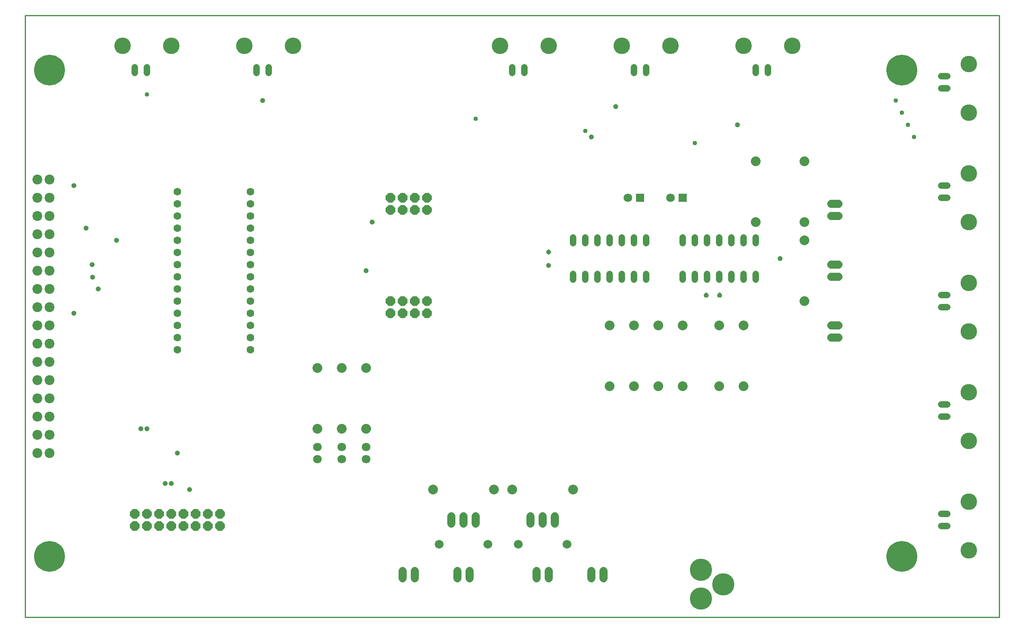
<source format=gts>
G04 EAGLE Gerber X2 export*
%TF.Part,Single*%
%TF.FileFunction,Other,Top Soldermask*%
%TF.FilePolarity,Positive*%
%TF.GenerationSoftware,Autodesk,EAGLE,8.6.3*%
%TF.CreationDate,2018-06-13T18:32:12Z*%
G75*
%MOMM*%
%FSLAX34Y34*%
%LPD*%
%AMOC8*
5,1,8,0,0,1.08239X$1,22.5*%
G01*
%ADD10C,4.648200*%
%ADD11C,2.057400*%
%ADD12C,1.358800*%
%ADD13C,3.452400*%
%ADD14C,1.600200*%
%ADD15P,2.199416X8X22.500000*%
%ADD16C,1.676400*%
%ADD17C,1.828800*%
%ADD18C,2.032000*%
%ADD19R,1.803400X1.803400*%
%ADD20C,1.803400*%
%ADD21C,1.371600*%
%ADD22C,6.438900*%
%ADD23C,1.066800*%
%ADD24C,0.958800*%
%ADD25C,0.254000*%

G36*
X1093211Y758391D02*
X1093211Y758391D01*
X1093260Y758405D01*
X1093350Y758421D01*
X1094306Y758737D01*
X1094351Y758761D01*
X1094435Y758797D01*
X1095296Y759318D01*
X1095334Y759351D01*
X1095409Y759404D01*
X1096133Y760104D01*
X1096162Y760145D01*
X1096223Y760214D01*
X1096773Y761057D01*
X1096793Y761103D01*
X1096837Y761184D01*
X1097185Y762128D01*
X1097194Y762178D01*
X1097219Y762266D01*
X1097349Y763264D01*
X1097347Y763307D01*
X1097348Y763433D01*
X1097209Y764444D01*
X1097193Y764492D01*
X1097174Y764582D01*
X1096812Y765537D01*
X1096786Y765580D01*
X1096748Y765664D01*
X1096183Y766514D01*
X1096148Y766551D01*
X1096091Y766623D01*
X1095352Y767327D01*
X1095309Y767355D01*
X1095238Y767413D01*
X1094360Y767934D01*
X1094313Y767952D01*
X1094231Y767993D01*
X1093259Y768306D01*
X1093209Y768313D01*
X1093120Y768334D01*
X1092102Y768423D01*
X1092052Y768418D01*
X1091961Y768419D01*
X1090997Y768288D01*
X1090949Y768272D01*
X1090860Y768253D01*
X1089949Y767911D01*
X1089906Y767885D01*
X1089823Y767846D01*
X1089011Y767309D01*
X1088975Y767274D01*
X1088902Y767218D01*
X1088230Y766514D01*
X1088203Y766472D01*
X1088144Y766401D01*
X1087646Y765566D01*
X1087628Y765518D01*
X1087588Y765436D01*
X1087288Y764511D01*
X1087281Y764460D01*
X1087259Y764371D01*
X1087173Y763402D01*
X1087177Y763355D01*
X1087174Y763280D01*
X1087276Y762304D01*
X1087290Y762256D01*
X1087306Y762166D01*
X1087622Y761237D01*
X1087647Y761193D01*
X1087683Y761108D01*
X1088197Y760273D01*
X1088231Y760236D01*
X1088285Y760161D01*
X1088973Y759462D01*
X1089014Y759432D01*
X1089083Y759372D01*
X1089910Y758843D01*
X1089956Y758824D01*
X1090037Y758780D01*
X1090960Y758448D01*
X1091010Y758440D01*
X1091099Y758415D01*
X1092073Y758297D01*
X1092123Y758300D01*
X1092209Y758296D01*
X1093211Y758391D01*
G37*
G36*
X1093211Y730400D02*
X1093211Y730400D01*
X1093260Y730414D01*
X1093350Y730430D01*
X1094306Y730746D01*
X1094351Y730770D01*
X1094435Y730806D01*
X1095296Y731327D01*
X1095334Y731360D01*
X1095409Y731413D01*
X1096133Y732113D01*
X1096162Y732154D01*
X1096223Y732223D01*
X1096773Y733066D01*
X1096793Y733112D01*
X1096837Y733193D01*
X1097185Y734137D01*
X1097194Y734187D01*
X1097219Y734275D01*
X1097349Y735273D01*
X1097347Y735316D01*
X1097348Y735442D01*
X1097209Y736453D01*
X1097193Y736501D01*
X1097174Y736591D01*
X1096812Y737546D01*
X1096786Y737589D01*
X1096748Y737673D01*
X1096183Y738523D01*
X1096148Y738560D01*
X1096091Y738632D01*
X1095352Y739336D01*
X1095309Y739364D01*
X1095238Y739422D01*
X1094360Y739943D01*
X1094313Y739961D01*
X1094231Y740002D01*
X1093259Y740315D01*
X1093209Y740322D01*
X1093120Y740343D01*
X1092102Y740432D01*
X1092052Y740427D01*
X1091961Y740428D01*
X1090997Y740297D01*
X1090949Y740281D01*
X1090860Y740262D01*
X1089949Y739920D01*
X1089906Y739894D01*
X1089823Y739855D01*
X1089011Y739318D01*
X1088975Y739283D01*
X1088902Y739227D01*
X1088230Y738523D01*
X1088203Y738481D01*
X1088144Y738410D01*
X1087646Y737575D01*
X1087628Y737527D01*
X1087588Y737445D01*
X1087288Y736520D01*
X1087281Y736469D01*
X1087259Y736380D01*
X1087173Y735411D01*
X1087177Y735364D01*
X1087174Y735289D01*
X1087276Y734313D01*
X1087290Y734265D01*
X1087306Y734175D01*
X1087622Y733246D01*
X1087647Y733202D01*
X1087683Y733117D01*
X1088197Y732282D01*
X1088231Y732245D01*
X1088285Y732170D01*
X1088973Y731471D01*
X1089014Y731441D01*
X1089083Y731381D01*
X1089910Y730852D01*
X1089956Y730833D01*
X1090037Y730789D01*
X1090960Y730457D01*
X1091010Y730449D01*
X1091099Y730424D01*
X1092073Y730306D01*
X1092123Y730309D01*
X1092209Y730305D01*
X1093211Y730400D01*
G37*
G36*
X1449036Y668077D02*
X1449036Y668077D01*
X1449111Y668074D01*
X1450087Y668176D01*
X1450135Y668190D01*
X1450225Y668206D01*
X1451154Y668522D01*
X1451198Y668547D01*
X1451283Y668583D01*
X1452118Y669097D01*
X1452155Y669131D01*
X1452230Y669185D01*
X1452930Y669873D01*
X1452959Y669914D01*
X1453019Y669983D01*
X1453548Y670810D01*
X1453567Y670856D01*
X1453611Y670937D01*
X1453943Y671860D01*
X1453951Y671910D01*
X1453976Y671999D01*
X1454094Y672973D01*
X1454091Y673023D01*
X1454095Y673109D01*
X1454000Y674111D01*
X1453986Y674160D01*
X1453970Y674250D01*
X1453654Y675206D01*
X1453630Y675251D01*
X1453595Y675335D01*
X1453073Y676196D01*
X1453040Y676234D01*
X1452987Y676309D01*
X1452287Y677033D01*
X1452246Y677062D01*
X1452177Y677123D01*
X1451334Y677673D01*
X1451288Y677693D01*
X1451207Y677737D01*
X1450263Y678085D01*
X1450213Y678094D01*
X1450125Y678119D01*
X1449127Y678249D01*
X1449084Y678247D01*
X1448958Y678248D01*
X1447947Y678109D01*
X1447899Y678093D01*
X1447809Y678074D01*
X1446854Y677712D01*
X1446811Y677686D01*
X1446727Y677648D01*
X1445877Y677083D01*
X1445840Y677048D01*
X1445768Y676991D01*
X1445064Y676252D01*
X1445036Y676209D01*
X1444978Y676138D01*
X1444457Y675260D01*
X1444439Y675213D01*
X1444398Y675131D01*
X1444085Y674159D01*
X1444078Y674109D01*
X1444057Y674020D01*
X1443968Y673002D01*
X1443973Y672952D01*
X1443972Y672861D01*
X1444103Y671897D01*
X1444119Y671849D01*
X1444138Y671760D01*
X1444480Y670849D01*
X1444506Y670806D01*
X1444545Y670723D01*
X1445082Y669911D01*
X1445117Y669875D01*
X1445173Y669802D01*
X1445877Y669130D01*
X1445919Y669103D01*
X1445990Y669044D01*
X1446826Y668546D01*
X1446873Y668528D01*
X1446955Y668488D01*
X1447881Y668188D01*
X1447931Y668181D01*
X1448020Y668159D01*
X1448989Y668073D01*
X1449036Y668077D01*
G37*
G36*
X1421045Y668077D02*
X1421045Y668077D01*
X1421120Y668074D01*
X1422096Y668176D01*
X1422144Y668190D01*
X1422234Y668206D01*
X1423163Y668522D01*
X1423207Y668547D01*
X1423292Y668583D01*
X1424127Y669097D01*
X1424164Y669131D01*
X1424239Y669185D01*
X1424939Y669873D01*
X1424968Y669914D01*
X1425028Y669983D01*
X1425557Y670810D01*
X1425576Y670856D01*
X1425620Y670937D01*
X1425952Y671860D01*
X1425960Y671910D01*
X1425985Y671999D01*
X1426103Y672973D01*
X1426100Y673023D01*
X1426104Y673109D01*
X1426009Y674111D01*
X1425995Y674160D01*
X1425979Y674250D01*
X1425663Y675206D01*
X1425639Y675251D01*
X1425604Y675335D01*
X1425082Y676196D01*
X1425049Y676234D01*
X1424996Y676309D01*
X1424296Y677033D01*
X1424255Y677062D01*
X1424186Y677123D01*
X1423343Y677673D01*
X1423297Y677693D01*
X1423216Y677737D01*
X1422272Y678085D01*
X1422222Y678094D01*
X1422134Y678119D01*
X1421136Y678249D01*
X1421093Y678247D01*
X1420967Y678248D01*
X1419956Y678109D01*
X1419908Y678093D01*
X1419818Y678074D01*
X1418863Y677712D01*
X1418820Y677686D01*
X1418736Y677648D01*
X1417886Y677083D01*
X1417849Y677048D01*
X1417777Y676991D01*
X1417073Y676252D01*
X1417045Y676209D01*
X1416987Y676138D01*
X1416466Y675260D01*
X1416448Y675213D01*
X1416407Y675131D01*
X1416094Y674159D01*
X1416087Y674109D01*
X1416066Y674020D01*
X1415977Y673002D01*
X1415982Y672952D01*
X1415981Y672861D01*
X1416112Y671897D01*
X1416128Y671849D01*
X1416147Y671760D01*
X1416489Y670849D01*
X1416515Y670806D01*
X1416554Y670723D01*
X1417091Y669911D01*
X1417126Y669875D01*
X1417182Y669802D01*
X1417886Y669130D01*
X1417928Y669103D01*
X1417999Y669044D01*
X1418835Y668546D01*
X1418882Y668528D01*
X1418964Y668488D01*
X1419890Y668188D01*
X1419940Y668181D01*
X1420029Y668159D01*
X1420998Y668073D01*
X1421045Y668077D01*
G37*
D10*
X1409700Y98900D03*
X1409700Y38900D03*
X1456700Y68900D03*
D11*
X50800Y914400D03*
X50800Y876300D03*
X50800Y838200D03*
X50800Y800100D03*
X50800Y762000D03*
X50800Y723900D03*
X50800Y685800D03*
X50800Y647700D03*
X50800Y609600D03*
X50800Y571500D03*
X50800Y533400D03*
X50800Y495300D03*
X50800Y457200D03*
X50800Y419100D03*
X50800Y381000D03*
X50800Y342900D03*
X25400Y914400D03*
X25400Y876300D03*
X25400Y838200D03*
X25400Y800100D03*
X25400Y762000D03*
X25400Y723900D03*
X25400Y685800D03*
X25400Y647700D03*
X25400Y609600D03*
X25400Y571500D03*
X25400Y533400D03*
X25400Y495300D03*
X25400Y457200D03*
X25400Y419100D03*
X25400Y381000D03*
X25400Y342900D03*
D12*
X228600Y1136968D02*
X228600Y1149032D01*
X254000Y1149032D02*
X254000Y1136968D01*
D13*
X203200Y1193800D03*
X304800Y1193800D03*
D12*
X1911668Y215900D02*
X1923732Y215900D01*
X1923732Y190500D02*
X1911668Y190500D01*
D13*
X1968500Y241300D03*
X1968500Y139700D03*
D14*
X469900Y558800D03*
X469900Y584200D03*
X469900Y609600D03*
X469900Y635000D03*
X469900Y660400D03*
X469900Y685800D03*
X469900Y711200D03*
X469900Y736600D03*
X469900Y762000D03*
X469900Y787400D03*
X469900Y812800D03*
X469900Y838200D03*
X469900Y863600D03*
X469900Y889000D03*
X317500Y889000D03*
X317500Y863600D03*
X317500Y838200D03*
X317500Y812800D03*
X317500Y787400D03*
X317500Y762000D03*
X317500Y736600D03*
X317500Y711200D03*
X317500Y685800D03*
X317500Y660400D03*
X317500Y635000D03*
X317500Y609600D03*
X317500Y584200D03*
X317500Y558800D03*
D12*
X482600Y1136968D02*
X482600Y1149032D01*
X508000Y1149032D02*
X508000Y1136968D01*
D13*
X457200Y1193800D03*
X558800Y1193800D03*
D12*
X1524000Y1149032D02*
X1524000Y1136968D01*
X1549400Y1136968D02*
X1549400Y1149032D01*
D13*
X1498600Y1193800D03*
X1600200Y1193800D03*
D12*
X1270000Y1149032D02*
X1270000Y1136968D01*
X1295400Y1136968D02*
X1295400Y1149032D01*
D13*
X1244600Y1193800D03*
X1346200Y1193800D03*
D12*
X1016000Y1149032D02*
X1016000Y1136968D01*
X1041400Y1136968D02*
X1041400Y1149032D01*
D13*
X990600Y1193800D03*
X1092200Y1193800D03*
D12*
X1911668Y1130300D02*
X1923732Y1130300D01*
X1923732Y1104900D02*
X1911668Y1104900D01*
D13*
X1968500Y1155700D03*
X1968500Y1054100D03*
D12*
X1923732Y901700D02*
X1911668Y901700D01*
X1911668Y876300D02*
X1923732Y876300D01*
D13*
X1968500Y927100D03*
X1968500Y825500D03*
D12*
X1923732Y673100D02*
X1911668Y673100D01*
X1911668Y647700D02*
X1923732Y647700D01*
D13*
X1968500Y698500D03*
X1968500Y596900D03*
D12*
X1923732Y444500D02*
X1911668Y444500D01*
X1911668Y419100D02*
X1923732Y419100D01*
D13*
X1968500Y469900D03*
X1968500Y368300D03*
D15*
X762000Y850900D03*
X762000Y876300D03*
X787400Y850900D03*
X787400Y876300D03*
X812800Y850900D03*
X812800Y876300D03*
X838200Y850900D03*
X838200Y876300D03*
X762000Y635000D03*
X762000Y660400D03*
X787400Y635000D03*
X787400Y660400D03*
X812800Y635000D03*
X812800Y660400D03*
X838200Y635000D03*
X838200Y660400D03*
D16*
X1681480Y711200D02*
X1696720Y711200D01*
X1696720Y736600D02*
X1681480Y736600D01*
X1681480Y838200D02*
X1696720Y838200D01*
X1696720Y863600D02*
X1681480Y863600D01*
X1681480Y584200D02*
X1696720Y584200D01*
X1696720Y609600D02*
X1681480Y609600D01*
X901700Y96520D02*
X901700Y81280D01*
X927100Y81280D02*
X927100Y96520D01*
X889000Y195580D02*
X889000Y210820D01*
X914400Y210820D02*
X914400Y195580D01*
X939800Y195580D02*
X939800Y210820D01*
D17*
X863600Y152400D03*
X965200Y152400D03*
D16*
X787400Y96520D02*
X787400Y81280D01*
X812800Y81280D02*
X812800Y96520D01*
D18*
X977900Y266700D03*
X850900Y266700D03*
D16*
X1066800Y96520D02*
X1066800Y81280D01*
X1092200Y81280D02*
X1092200Y96520D01*
X1054100Y195580D02*
X1054100Y210820D01*
X1079500Y210820D02*
X1079500Y195580D01*
X1104900Y195580D02*
X1104900Y210820D01*
D17*
X1028700Y152400D03*
X1130300Y152400D03*
D16*
X1181100Y96520D02*
X1181100Y81280D01*
X1206500Y81280D02*
X1206500Y96520D01*
D18*
X1143000Y266700D03*
X1016000Y266700D03*
D19*
X1371600Y876300D03*
D20*
X1346200Y876300D03*
D19*
X1282700Y876300D03*
D20*
X1257300Y876300D03*
D21*
X1371600Y717296D02*
X1371600Y705104D01*
X1397000Y705104D02*
X1397000Y717296D01*
X1524000Y717296D02*
X1524000Y705104D01*
X1524000Y781304D02*
X1524000Y793496D01*
X1422400Y717296D02*
X1422400Y705104D01*
X1447800Y705104D02*
X1447800Y717296D01*
X1498600Y717296D02*
X1498600Y705104D01*
X1473200Y705104D02*
X1473200Y717296D01*
X1498600Y781304D02*
X1498600Y793496D01*
X1473200Y793496D02*
X1473200Y781304D01*
X1447800Y781304D02*
X1447800Y793496D01*
X1422400Y793496D02*
X1422400Y781304D01*
X1397000Y781304D02*
X1397000Y793496D01*
X1371600Y793496D02*
X1371600Y781304D01*
X1143000Y717296D02*
X1143000Y705104D01*
X1168400Y705104D02*
X1168400Y717296D01*
X1295400Y717296D02*
X1295400Y705104D01*
X1295400Y781304D02*
X1295400Y793496D01*
X1193800Y717296D02*
X1193800Y705104D01*
X1219200Y705104D02*
X1219200Y717296D01*
X1270000Y717296D02*
X1270000Y705104D01*
X1244600Y705104D02*
X1244600Y717296D01*
X1270000Y781304D02*
X1270000Y793496D01*
X1244600Y793496D02*
X1244600Y781304D01*
X1219200Y781304D02*
X1219200Y793496D01*
X1193800Y793496D02*
X1193800Y781304D01*
X1168400Y781304D02*
X1168400Y793496D01*
X1143000Y793496D02*
X1143000Y781304D01*
D18*
X1447800Y482600D03*
X1447800Y609600D03*
X1320800Y482600D03*
X1320800Y609600D03*
X1219200Y482600D03*
X1219200Y609600D03*
X1371600Y482600D03*
X1371600Y609600D03*
X1270000Y482600D03*
X1270000Y609600D03*
X1498600Y482600D03*
X1498600Y609600D03*
X1625600Y787400D03*
X1625600Y660400D03*
X1625600Y952500D03*
X1625600Y825500D03*
D20*
X711200Y355600D03*
X711200Y330200D03*
X660400Y355600D03*
X660400Y330200D03*
X609600Y355600D03*
X609600Y330200D03*
D18*
X711200Y393700D03*
X711200Y520700D03*
X660400Y393700D03*
X660400Y520700D03*
X609600Y393700D03*
X609600Y520700D03*
X1524000Y952500D03*
X1524000Y825500D03*
D15*
X228600Y190500D03*
X228600Y215900D03*
X254000Y190500D03*
X254000Y215900D03*
X279400Y190500D03*
X279400Y215900D03*
X304800Y190500D03*
X304800Y215900D03*
X330200Y190500D03*
X330200Y215900D03*
X355600Y190500D03*
X355600Y215900D03*
X381000Y190500D03*
X381000Y215900D03*
X406400Y190500D03*
X406400Y215900D03*
D22*
X50800Y127000D03*
X50800Y1143000D03*
X1828800Y1143000D03*
X1828800Y127000D03*
D23*
X342900Y266700D03*
X127000Y812800D03*
X1231900Y1066800D03*
D24*
X1854200Y1003300D03*
D23*
X190500Y787400D03*
X1181100Y1003300D03*
X723900Y825500D03*
X711200Y723900D03*
D24*
X1841500Y1028700D03*
D23*
X304800Y279400D03*
X1485900Y1028700D03*
D24*
X254000Y1092200D03*
D23*
X241300Y393700D03*
X101600Y901700D03*
X254000Y393700D03*
X1574800Y749300D03*
D24*
X1828800Y1054100D03*
D23*
X139700Y736600D03*
D24*
X1816100Y1079500D03*
D23*
X495300Y1079500D03*
X152400Y685800D03*
X101600Y635000D03*
D24*
X939800Y1041400D03*
D23*
X317500Y342900D03*
X140488Y710499D03*
D24*
X1168400Y1016000D03*
D23*
X292100Y279400D03*
D24*
X1397000Y990600D03*
D25*
X0Y0D02*
X2032000Y0D01*
X2032000Y1257300D01*
X0Y1257300D01*
X0Y0D01*
M02*

</source>
